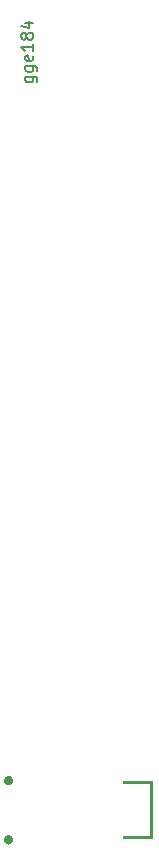
<source format=gbr>
%TF.GenerationSoftware,KiCad,Pcbnew,7.0.5-0*%
%TF.CreationDate,2023-06-30T21:05:24-05:00*%
%TF.ProjectId,PicoGUS Hand386,5069636f-4755-4532-9048-616e64333836,rev?*%
%TF.SameCoordinates,Original*%
%TF.FileFunction,Other,Comment*%
%FSLAX46Y46*%
G04 Gerber Fmt 4.6, Leading zero omitted, Abs format (unit mm)*
G04 Created by KiCad (PCBNEW 7.0.5-0) date 2023-06-30 21:05:24*
%MOMM*%
%LPD*%
G01*
G04 APERTURE LIST*
%ADD10C,0.150000*%
%ADD11C,0.400000*%
G04 APERTURE END LIST*
D10*
%TO.C,J5*%
X139663152Y-65795238D02*
X140472676Y-65795238D01*
X140472676Y-65795238D02*
X140567914Y-65842857D01*
X140567914Y-65842857D02*
X140615533Y-65890476D01*
X140615533Y-65890476D02*
X140663152Y-65985714D01*
X140663152Y-65985714D02*
X140663152Y-66128571D01*
X140663152Y-66128571D02*
X140615533Y-66223809D01*
X140282200Y-65795238D02*
X140329819Y-65890476D01*
X140329819Y-65890476D02*
X140329819Y-66080952D01*
X140329819Y-66080952D02*
X140282200Y-66176190D01*
X140282200Y-66176190D02*
X140234580Y-66223809D01*
X140234580Y-66223809D02*
X140139342Y-66271428D01*
X140139342Y-66271428D02*
X139853628Y-66271428D01*
X139853628Y-66271428D02*
X139758390Y-66223809D01*
X139758390Y-66223809D02*
X139710771Y-66176190D01*
X139710771Y-66176190D02*
X139663152Y-66080952D01*
X139663152Y-66080952D02*
X139663152Y-65890476D01*
X139663152Y-65890476D02*
X139710771Y-65795238D01*
X139663152Y-64890476D02*
X140472676Y-64890476D01*
X140472676Y-64890476D02*
X140567914Y-64938095D01*
X140567914Y-64938095D02*
X140615533Y-64985714D01*
X140615533Y-64985714D02*
X140663152Y-65080952D01*
X140663152Y-65080952D02*
X140663152Y-65223809D01*
X140663152Y-65223809D02*
X140615533Y-65319047D01*
X140282200Y-64890476D02*
X140329819Y-64985714D01*
X140329819Y-64985714D02*
X140329819Y-65176190D01*
X140329819Y-65176190D02*
X140282200Y-65271428D01*
X140282200Y-65271428D02*
X140234580Y-65319047D01*
X140234580Y-65319047D02*
X140139342Y-65366666D01*
X140139342Y-65366666D02*
X139853628Y-65366666D01*
X139853628Y-65366666D02*
X139758390Y-65319047D01*
X139758390Y-65319047D02*
X139710771Y-65271428D01*
X139710771Y-65271428D02*
X139663152Y-65176190D01*
X139663152Y-65176190D02*
X139663152Y-64985714D01*
X139663152Y-64985714D02*
X139710771Y-64890476D01*
X140282200Y-64033333D02*
X140329819Y-64128571D01*
X140329819Y-64128571D02*
X140329819Y-64319047D01*
X140329819Y-64319047D02*
X140282200Y-64414285D01*
X140282200Y-64414285D02*
X140186961Y-64461904D01*
X140186961Y-64461904D02*
X139806009Y-64461904D01*
X139806009Y-64461904D02*
X139710771Y-64414285D01*
X139710771Y-64414285D02*
X139663152Y-64319047D01*
X139663152Y-64319047D02*
X139663152Y-64128571D01*
X139663152Y-64128571D02*
X139710771Y-64033333D01*
X139710771Y-64033333D02*
X139806009Y-63985714D01*
X139806009Y-63985714D02*
X139901247Y-63985714D01*
X139901247Y-63985714D02*
X139996485Y-64461904D01*
X140329819Y-63033333D02*
X140329819Y-63604761D01*
X140329819Y-63319047D02*
X139329819Y-63319047D01*
X139329819Y-63319047D02*
X139472676Y-63414285D01*
X139472676Y-63414285D02*
X139567914Y-63509523D01*
X139567914Y-63509523D02*
X139615533Y-63604761D01*
X139758390Y-62461904D02*
X139710771Y-62557142D01*
X139710771Y-62557142D02*
X139663152Y-62604761D01*
X139663152Y-62604761D02*
X139567914Y-62652380D01*
X139567914Y-62652380D02*
X139520295Y-62652380D01*
X139520295Y-62652380D02*
X139425057Y-62604761D01*
X139425057Y-62604761D02*
X139377438Y-62557142D01*
X139377438Y-62557142D02*
X139329819Y-62461904D01*
X139329819Y-62461904D02*
X139329819Y-62271428D01*
X139329819Y-62271428D02*
X139377438Y-62176190D01*
X139377438Y-62176190D02*
X139425057Y-62128571D01*
X139425057Y-62128571D02*
X139520295Y-62080952D01*
X139520295Y-62080952D02*
X139567914Y-62080952D01*
X139567914Y-62080952D02*
X139663152Y-62128571D01*
X139663152Y-62128571D02*
X139710771Y-62176190D01*
X139710771Y-62176190D02*
X139758390Y-62271428D01*
X139758390Y-62271428D02*
X139758390Y-62461904D01*
X139758390Y-62461904D02*
X139806009Y-62557142D01*
X139806009Y-62557142D02*
X139853628Y-62604761D01*
X139853628Y-62604761D02*
X139948866Y-62652380D01*
X139948866Y-62652380D02*
X140139342Y-62652380D01*
X140139342Y-62652380D02*
X140234580Y-62604761D01*
X140234580Y-62604761D02*
X140282200Y-62557142D01*
X140282200Y-62557142D02*
X140329819Y-62461904D01*
X140329819Y-62461904D02*
X140329819Y-62271428D01*
X140329819Y-62271428D02*
X140282200Y-62176190D01*
X140282200Y-62176190D02*
X140234580Y-62128571D01*
X140234580Y-62128571D02*
X140139342Y-62080952D01*
X140139342Y-62080952D02*
X139948866Y-62080952D01*
X139948866Y-62080952D02*
X139853628Y-62128571D01*
X139853628Y-62128571D02*
X139806009Y-62176190D01*
X139806009Y-62176190D02*
X139758390Y-62271428D01*
X139663152Y-61223809D02*
X140329819Y-61223809D01*
X139282200Y-61461904D02*
X139996485Y-61699999D01*
X139996485Y-61699999D02*
X139996485Y-61080952D01*
D11*
%TO.C,J1*%
X138445000Y-125389000D02*
G75*
G03*
X138445000Y-125389000I-200000J0D01*
G01*
X138445000Y-130389000D02*
G75*
G03*
X138445000Y-130389000I-200000J0D01*
G01*
G36*
X150477000Y-130366000D02*
G01*
X147937000Y-130366000D01*
X147937000Y-130112000D01*
X150223000Y-130112000D01*
X150223000Y-125667000D01*
X147937000Y-125667000D01*
X147937000Y-125413000D01*
X150477000Y-125413000D01*
X150477000Y-130366000D01*
G37*
%TD*%
M02*

</source>
